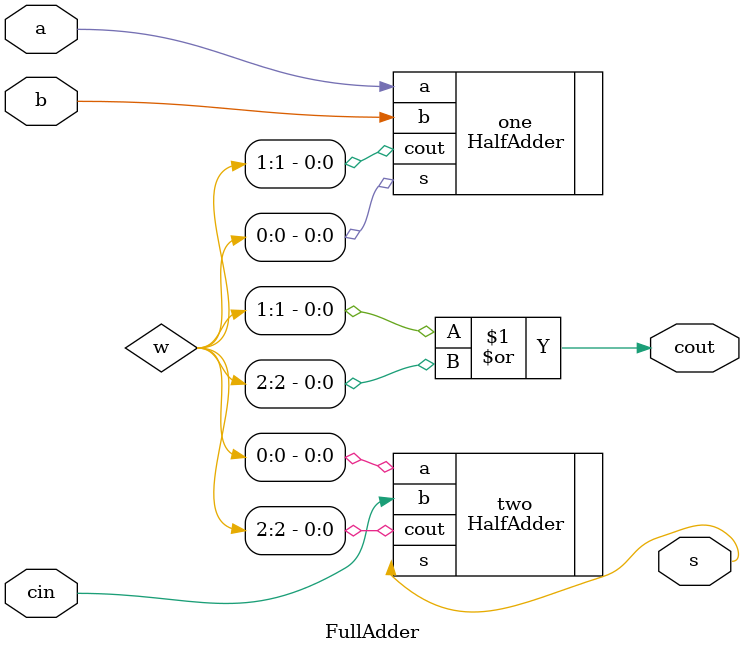
<source format=v>
module FullAdder (	input a,
					input b,
					input cin,
					output s,
					output cout);

	//This code segments are for when one decides to implement the full-adder directly
	//assign cout = ((a ^ b) & cin) | (a & b);
	//assign s = (cin ^ (a ^ b));

	wire [2:0] w;

	HalfAdder one (	.a(a),
					.b(b),
					.s(w[0]),
					.cout(w[1]));

	HalfAdder two (	.a(w[0]),
					.b(cin),
					.s(s),
					.cout(w[2]));

	assign cout = (w[1] | w[2]);
	
endmodule
</source>
